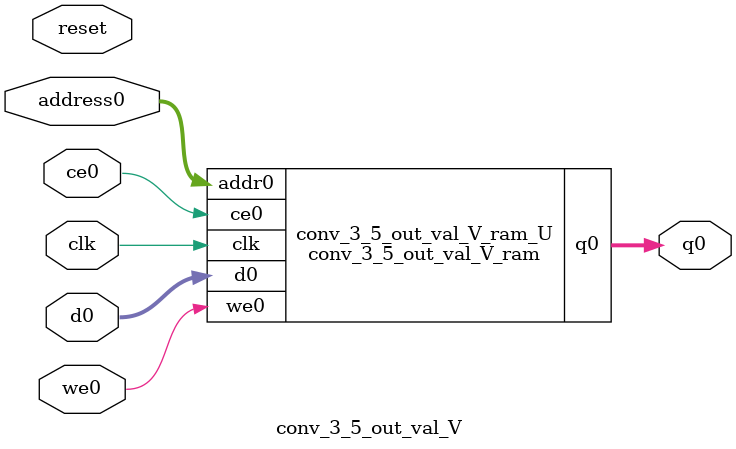
<source format=v>

`timescale 1 ns / 1 ps
module conv_3_5_out_val_V_ram (addr0, ce0, d0, we0, q0,  clk);

parameter DWIDTH = 16;
parameter AWIDTH = 4;
parameter MEM_SIZE = 16;

input[AWIDTH-1:0] addr0;
input ce0;
input[DWIDTH-1:0] d0;
input we0;
output reg[DWIDTH-1:0] q0;
input clk;

(* ram_style = "distributed" *)reg [DWIDTH-1:0] ram[0:MEM_SIZE-1];




always @(posedge clk)  
begin 
    if (ce0) 
    begin
        if (we0) 
        begin 
            ram[addr0] <= d0; 
            q0 <= d0;
        end 
        else 
            q0 <= ram[addr0];
    end
end


endmodule


`timescale 1 ns / 1 ps
module conv_3_5_out_val_V(
    reset,
    clk,
    address0,
    ce0,
    we0,
    d0,
    q0);

parameter DataWidth = 32'd16;
parameter AddressRange = 32'd16;
parameter AddressWidth = 32'd4;
input reset;
input clk;
input[AddressWidth - 1:0] address0;
input ce0;
input we0;
input[DataWidth - 1:0] d0;
output[DataWidth - 1:0] q0;



conv_3_5_out_val_V_ram conv_3_5_out_val_V_ram_U(
    .clk( clk ),
    .addr0( address0 ),
    .ce0( ce0 ),
    .d0( d0 ),
    .we0( we0 ),
    .q0( q0 ));

endmodule


</source>
